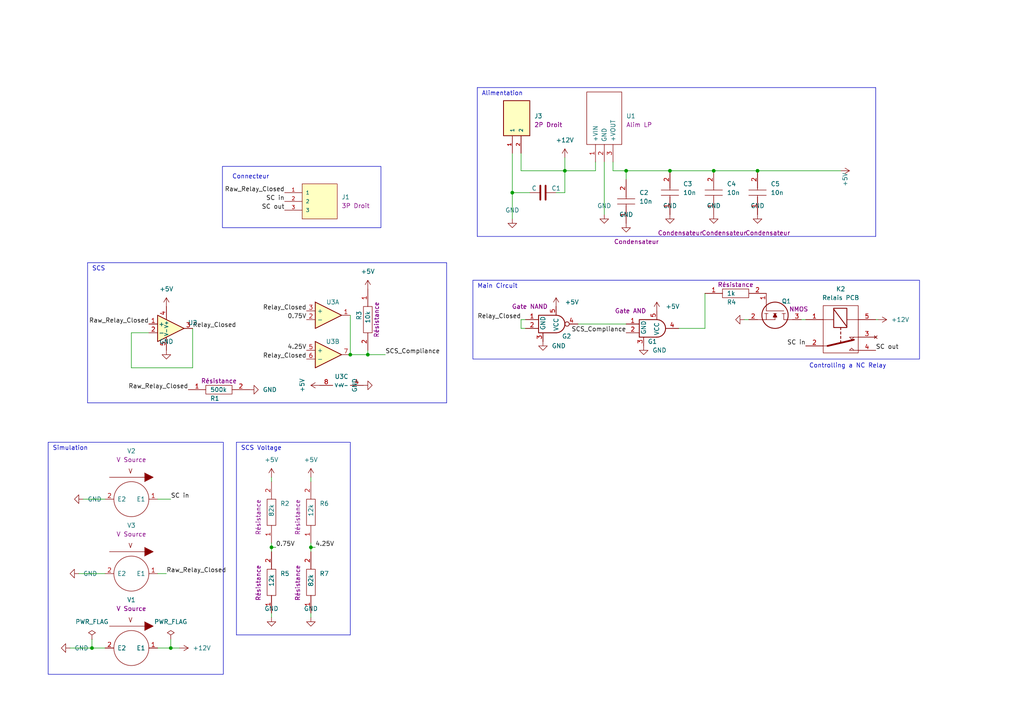
<source format=kicad_sch>
(kicad_sch (version 20231120) (generator "eeschema") (generator_version "8.0")
  (paper "A4")
  (lib_symbols
    (symbol "Device:C" (pin_numbers hide) (pin_names (offset 0.254))
      (property "Reference" "C" (at 0.635 2.54 0))
      (property "Value" "C" (at 0.635 -2.54 0))
      (symbol "C_0_1"
        (polyline (pts (xy -2.032 -0.762) (xy 2.032 -0.762)) (stroke (width 0.508)))
        (polyline (pts (xy -2.032 0.762) (xy 2.032 0.762)) (stroke (width 0.508)))
      )
      (symbol "C_1_1"
        (pin passive line (at 0 3.81 270) (length 2.794) (name "~") (number "1"))
        (pin passive line (at 0 -3.81 90) (length 2.794) (name "~") (number "2"))
      )
    )
    (symbol "EPSA_Lib:NMOS SQ2348ES-T1_GE3" (pin_names (offset 0.762))
      (property "Reference" "Q" (at 41.91 12.7 0))
      (property "Render Name" "NMOS" (at 15.875 0.635 0))
      (symbol "NMOS SQ2348ES-T1_GE3_0_0"
        (pin passive line (at 13.335 12.065 270) (length 2.54) (name "~") (number "1"))
        (pin passive line (at 8.255 4.445 0) (length 2.54) (name "~") (number "2"))
        (pin passive line (at 23.495 4.445 180) (length 2.54) (name "~") (number "3"))
      )
      (symbol "NMOS SQ2348ES-T1_GE3_0_1"
        (polyline (pts (xy 12.827 6.223) (xy 13.843 6.223)) (stroke (width 0.1524)))
        (polyline (pts (xy 13.335 6.223) (xy 13.335 4.445)) (stroke (width 0.1524)))
        (polyline (pts (xy 15.367 6.223) (xy 16.383 6.223)) (stroke (width 0.1524)))
        (polyline (pts (xy 15.875 4.445) (xy 10.795 4.445)) (stroke (width 0.1524)))
        (polyline (pts (xy 15.875 4.445) (xy 15.875 6.223)) (stroke (width 0.1524)))
        (polyline (pts (xy 18.415 4.445) (xy 18.415 6.223)) (stroke (width 0.1524)))
        (polyline (pts (xy 18.415 4.445) (xy 20.955 4.445)) (stroke (width 0.1524)))
        (polyline (pts (xy 18.923 6.223) (xy 17.907 6.223)) (stroke (width 0.1524)))
        (polyline (pts (xy 13.335 9.525) (xy 13.335 6.985) (xy 18.415 6.985)) (stroke (width 0.1524)))
        (polyline (pts (xy 15.875 6.223) (xy 16.383 5.207) (xy 15.367 5.207) (xy 15.875 6.223)) (stroke (width 0.254)) (fill (type outline)))
        (circle (center 15.875 5.715) (radius 3.81) (stroke (width 0.254)))
      )
    )
    (symbol "EPSA_Lib:Opamp" (pin_names (offset 0.254))
      (property "Reference" "U" (at 2.54 2.54 0))
      (symbol "Opamp_0_1"
        (polyline (pts (xy 5.08 0) (xy -2.54 3.81) (xy -2.54 -3.81) (xy 5.08 0)) (stroke (width 0.254)) (fill (type background)))
      )
      (symbol "Opamp_1_1"
        (pin input line (at -5.08 1.27 0) (length 2.54) (name "+") (number "1"))
        (pin input line (at -5.08 -1.27 0) (length 2.54) (name "-") (number "2"))
        (pin output line (at 7.62 0 180) (length 2.54) (name "~") (number "3"))
        (pin power_in line (at 0 6.35 270) (length 3.81) (name "V+") (number "4"))
        (pin power_in line (at 0 -6.35 90) (length 3.81) (name "V-") (number "5"))
      )
    )
    (symbol "EPSA_Lib:Relais PCB" (pin_names (offset 0.762))
      (property "Reference" "K" (at 11.938 11.43 0))
      (property "Value" "Relais PCB" (at 7.62 9.398 0))
      (symbol "Relais PCB_0_1"
        (polyline (pts (xy 7.62 7.874) (xy 17.78 7.874) (xy 17.78 -5.842) (xy 7.62 -5.842) (xy 7.62 7.874)) (stroke (width 0.1524)))
      )
      (symbol "Relais PCB_1_0"
        (pin passive line (at 2.54 3.81 0) (length 5.08) (name "") (number "1"))
        (pin passive line (at 2.54 -3.81 0) (length 5.08) (name "") (number "2"))
        (pin no_connect line (at 22.86 -1.27 180) (length 5.08) (name "") (number "3"))
        (pin passive line (at 22.86 -5.08 180) (length 5.08) (name "") (number "4"))
        (pin passive line (at 22.86 3.81 180) (length 5.08) (name "") (number "5"))
      )
      (symbol "Relais PCB_1_1"
        (polyline (pts (xy 8.89 -3.81) (xy 7.62 -3.81)))
        (polyline (pts (xy 8.89 -3.81) (xy 16.51 -2.032)) (stroke (width 0.508)))
        (polyline (pts (xy 10.668 3.81) (xy 7.62 3.81)))
        (polyline (pts (xy 10.668 6.858) (xy 14.478 1.778)) (stroke (width 0.254)))
        (polyline (pts (xy 12.7 -2.286) (xy 12.7 -2.921)) (stroke (width 0.254)))
        (polyline (pts (xy 12.7 -1.016) (xy 12.7 -1.651)) (stroke (width 0.254)))
        (polyline (pts (xy 12.7 0.254) (xy 12.7 -0.381)) (stroke (width 0.254)))
        (polyline (pts (xy 12.7 1.524) (xy 12.7 0.889)) (stroke (width 0.254)))
        (polyline (pts (xy 17.78 -5.08) (xy 16.51 -5.08)))
        (polyline (pts (xy 17.78 -1.27) (xy 16.51 -1.27)))
        (polyline (pts (xy 17.78 3.81) (xy 14.478 3.81)))
        (polyline (pts (xy 15.24 -5.08) (xy 16.51 -5.08) (xy 15.875 -4.445) (xy 15.24 -5.08)))
        (polyline (pts (xy 16.51 -1.27) (xy 15.24 -1.27) (xy 15.875 -1.905) (xy 16.51 -1.27)))
        (rectangle (start 10.668 7.112) (end 14.478 1.524) (stroke (width 0.254)))
      )
    )
    (symbol "EPSA_lib:2P Droit 2-11-2022" (pin_names (offset 1.016))
      (property "Reference" "J" (at 6.35 5.08 0))
      (property "Render Name" "2P Droit" (at 0 3.81 0))
      (symbol "2P Droit 2-11-2022_0_0"
        (rectangle (start -5.08 -5.08) (end 5.08 2.54) (stroke (width 0.254)) (fill (type background)))
        (pin passive line (at -10.16 0 0) (length 5.08) (name "1") (number "1"))
        (pin passive line (at -10.16 -2.54 0) (length 5.08) (name "2") (number "2"))
      )
    )
    (symbol "EPSA_lib:3P Droit 22-11-2032" (pin_names (offset 1.016))
      (property "Reference" "J" (at 0 -1.27 0))
      (property "Render Name" "3P Droit" (at 0 6.35 0))
      (symbol "3P Droit 22-11-2032_0_0"
        (rectangle (start -5.08 -5.08) (end 5.08 5.08) (stroke (width 0.1524)) (fill (type background)))
        (pin passive line (at -10.16 2.54 0) (length 5.08) (name "1") (number "1"))
        (pin passive line (at -10.16 0 0) (length 5.08) (name "2") (number "2"))
        (pin passive line (at -10.16 -2.54 0) (length 5.08) (name "3") (number "3"))
      )
    )
    (symbol "EPSA_lib:Alim LP TSR_0.5-2450" (pin_names (offset 0.762))
      (property "Reference" "U" (at 20.32 11.43 0))
      (property "Render Name" "Alim LP" (at 11.43 8.89 0))
      (symbol "Alim LP TSR_0.5-2450_0_0"
        (pin passive line (at -1.27 5.08 0) (length 5.08) (name "+VIN") (number "1"))
        (pin passive line (at -1.27 2.54 0) (length 5.08) (name "GND") (number "2"))
        (pin passive line (at -1.27 0 0) (length 5.08) (name "+VOUT") (number "3"))
      )
      (symbol "Alim LP TSR_0.5-2450_0_1"
        (polyline (pts (xy 3.81 7.62) (xy 19.05 7.62) (xy 19.05 -2.54) (xy 3.81 -2.54) (xy 3.81 7.62)) (stroke (width 0.1524)))
      )
    )
    (symbol "EPSA_lib:Comparator_Dual"
      (property "Reference" "CP" (at 7.62 -2.54 0))
      (symbol "Comparator_Dual_1_1"
        (polyline (pts (xy 0 3.81) (xy 0 -3.81) (xy 7.62 0) (xy 0 3.81)) (stroke (width 0.254)) (fill (type background)))
        (pin open_collector line (at 10.16 0 180) (length 2.54) (name "~") (number "1"))
        (pin input line (at -2.54 -1.27 0) (length 2.54) (name "-") (number "2"))
        (pin input line (at -2.54 1.27 0) (length 2.54) (name "+") (number "3"))
      )
      (symbol "Comparator_Dual_2_1"
        (polyline (pts (xy 0 3.81) (xy 7.62 0) (xy 0 -3.81) (xy 0 3.81)) (stroke (width 0.254)) (fill (type background)))
        (pin input line (at -2.54 1.27 0) (length 2.54) (name "+") (number "5"))
        (pin input line (at -2.54 -1.27 0) (length 2.54) (name "-") (number "6"))
        (pin open_collector line (at 10.16 0 180) (length 2.54) (name "~") (number "7"))
      )
      (symbol "Comparator_Dual_3_1"
        (pin power_in line (at 0 -6.35 90) (length 3.81) (name "V-") (number "4"))
        (pin power_in line (at 0 6.35 270) (length 3.81) (name "V+") (number "8"))
      )
    )
    (symbol "EPSA_lib:Condensateur 0805Y1000104JXT" (pin_names (offset 0.762))
      (property "Reference" "C" (at 1.5 -1.8 0))
      (property "Value" "10u" (at 11.43 -2.54 0))
      (property "Render Name" "Condensateur" (at 6.35 3.81 0))
      (symbol "Condensateur 0805Y1000104JXT_0_0"
        (pin passive line (at 0 0 0) (length 5.08) (name "~") (number "1"))
        (pin passive line (at 12.7 0 180) (length 5.08) (name "~") (number "2"))
      )
      (symbol "Condensateur 0805Y1000104JXT_0_1"
        (polyline (pts (xy 5.08 0) (xy 5.588 0)) (stroke (width 0.1524)))
        (polyline (pts (xy 5.588 2.54) (xy 5.588 -2.54)) (stroke (width 0.1524)))
        (polyline (pts (xy 7.112 0) (xy 7.62 0)) (stroke (width 0.1524)))
        (polyline (pts (xy 7.112 2.54) (xy 7.112 -2.54)) (stroke (width 0.1524)))
      )
    )
    (symbol "EPSA_lib:Gate AND SN74AHCT1G08DBVR" (pin_names (offset 0.762))
      (property "Reference" "G" (at 2.54 -3.81 0))
      (property "Render Name" "Gate AND" (at -1.27 5.08 0))
      (symbol "Gate AND SN74AHCT1G08DBVR_1_1"
        (polyline (pts (xy 5.08 -2.54) (xy 0 -2.54) (xy 0 2.54) (xy 5.08 2.54)) (stroke (width 0.254)))
        (arc (start 5.1025 -2.54) (mid 7.6201 0) (end 5.1025 2.54) (stroke (width 0.254)))
        (pin input line (at -3.81 1.27 0) (length 3.81) (name "~") (number "1"))
        (pin input line (at -3.81 -1.27 0) (length 3.81) (name "~") (number "2"))
        (pin power_in line (at 1.27 -5.08 90) (length 2.54) (name "GND") (number "3"))
        (pin output line (at 11.43 0 180) (length 3.81) (name "~") (number "4"))
        (pin power_in line (at 5.08 5.08 270) (length 2.54) (name "VCC") (number "5"))
      )
    )
    (symbol "EPSA_lib:Gate NAND SN74AHCT1G00DBVR" (pin_names (offset 0.762))
      (property "Reference" "G" (at 2.54 -3.81 0))
      (property "Render Name" "Gate NAND" (at -2.54 3.81 0))
      (symbol "Gate NAND SN74AHCT1G00DBVR_1_1"
        (polyline (pts (xy 5.08 -2.54) (xy 0 -2.54) (xy 0 2.54) (xy 5.08 2.54)) (stroke (width 0.254)))
        (arc (start 5.1025 -2.54) (mid 7.6201 0) (end 5.1025 2.54) (stroke (width 0.254)))
        (pin input line (at -3.81 1.27 0) (length 3.81) (name "~") (number "1"))
        (pin input line (at -3.81 -1.27 0) (length 3.81) (name "~") (number "2"))
        (pin power_in line (at 1.27 -5.08 90) (length 2.54) (name "GND") (number "3"))
        (pin output inverted (at 11.43 0 180) (length 3.81) (name "~") (number "4"))
        (pin power_in line (at 5.08 5.08 270) (length 2.54) (name "VCC") (number "5"))
      )
    )
    (symbol "EPSA_lib:Résistance RK73H2BLTDD2152F" (pin_names (offset 0.762))
      (property "Reference" "R" (at 25.4 5.08 0))
      (property "Value" "10" (at 7.62 0 0))
      (property "Render Name" "Résistance" (at 8.89 2.54 0))
      (symbol "Résistance RK73H2BLTDD2152F_0_0"
        (pin passive line (at 0 0 0) (length 5.08) (name "~") (number "1"))
        (pin passive line (at 17.78 0 180) (length 5.08) (name "~") (number "2"))
      )
      (symbol "Résistance RK73H2BLTDD2152F_0_1"
        (polyline (pts (xy 5.08 1.27) (xy 12.7 1.27) (xy 12.7 -1.27) (xy 5.08 -1.27) (xy 5.08 1.27)) (stroke (width 0.1524)))
      )
    )
    (symbol "EPSA_lib:VSOURCE" (pin_names (offset 1.016)) (in_bom no) (on_board no)
      (property "Reference" "V" (at 8.89 12.7 0))
      (property "Render Name" "V Source" (at -1.27 10.16 0))
      (symbol "VSOURCE_0_1"
        (circle (center -1.27 0) (radius 5.08))
        (polyline (pts (xy -7.62 6.35) (xy 2.54 6.35)) (fill (type outline)))
        (polyline (pts (xy 2.54 7.62) (xy 5.08 6.35) (xy 2.54 5.08)) (fill (type outline)))
        (text "V" (at -1.524 8.128 0) (effects (font (size 1.27 1.27))))
      )
      (symbol "VSOURCE_1_1"
        (pin input line (at 6.35 0 180) (length 2.54) (name "E1") (number "1"))
        (pin input line (at -8.89 0 0) (length 2.54) (name "E2") (number "2"))
      )
    )
    (symbol "Résistance RK73H2BLTDD2152F_1" (pin_names (offset 0.762))
      (property "Reference" "R" (at 25.4 5.08 0))
      (property "Value" "10" (at 7.62 0 0))
      (property "Render Name" "Résistance" (at 8.89 2.54 0))
      (symbol "Résistance RK73H2BLTDD2152F_1_0_0"
        (pin passive line (at 0 0 0) (length 5.08) (name "~") (number "1"))
        (pin passive line (at 17.78 0 180) (length 5.08) (name "~") (number "2"))
      )
      (symbol "Résistance RK73H2BLTDD2152F_1_0_1"
        (polyline (pts (xy 5.08 1.27) (xy 12.7 1.27) (xy 12.7 -1.27) (xy 5.08 -1.27) (xy 5.08 1.27)) (stroke (width 0.1524)))
      )
    )
    (symbol "Résistance RK73H2BLTDD2152F_3" (pin_names (offset 0.762))
      (property "Reference" "R" (at 25.4 5.08 0))
      (property "Value" "10" (at 7.62 0 0))
      (property "Render Name" "Résistance" (at 8.89 2.54 0))
      (symbol "Résistance RK73H2BLTDD2152F_3_0_0"
        (pin passive line (at 0 0 0) (length 5.08) (name "~") (number "1"))
        (pin passive line (at 17.78 0 180) (length 5.08) (name "~") (number "2"))
      )
      (symbol "Résistance RK73H2BLTDD2152F_3_0_1"
        (polyline (pts (xy 5.08 1.27) (xy 12.7 1.27) (xy 12.7 -1.27) (xy 5.08 -1.27) (xy 5.08 1.27)) (stroke (width 0.1524)))
      )
    )
    (symbol "Résistance RK73H2BLTDD2152F_4" (pin_names (offset 0.762))
      (property "Reference" "R" (at 25.4 5.08 0))
      (property "Value" "10" (at 7.62 0 0))
      (property "Render Name" "Résistance" (at 8.89 2.54 0))
      (symbol "Résistance RK73H2BLTDD2152F_4_0_0"
        (pin passive line (at 0 0 0) (length 5.08) (name "~") (number "1"))
        (pin passive line (at 17.78 0 180) (length 5.08) (name "~") (number "2"))
      )
      (symbol "Résistance RK73H2BLTDD2152F_4_0_1"
        (polyline (pts (xy 5.08 1.27) (xy 12.7 1.27) (xy 12.7 -1.27) (xy 5.08 -1.27) (xy 5.08 1.27)) (stroke (width 0.1524)))
      )
    )
    (symbol "Résistance RK73H2BLTDD2152F_5" (pin_names (offset 0.762))
      (property "Reference" "R" (at 25.4 5.08 0))
      (property "Value" "10" (at 7.62 0 0))
      (property "Render Name" "Résistance" (at 8.89 2.54 0))
      (symbol "Résistance RK73H2BLTDD2152F_5_0_0"
        (pin passive line (at 0 0 0) (length 5.08) (name "~") (number "1"))
        (pin passive line (at 17.78 0 180) (length 5.08) (name "~") (number "2"))
      )
      (symbol "Résistance RK73H2BLTDD2152F_5_0_1"
        (polyline (pts (xy 5.08 1.27) (xy 12.7 1.27) (xy 12.7 -1.27) (xy 5.08 -1.27) (xy 5.08 1.27)) (stroke (width 0.1524)))
      )
    )
    (symbol "power:+12V" (power) (pin_names (offset 0))
      (property "Value" "+12V" (at 0 3.556 0))
      (symbol "+12V_0_1"
        (polyline (pts (xy -0.762 1.27) (xy 0 2.54)))
        (polyline (pts (xy 0 0) (xy 0 2.54)))
        (polyline (pts (xy 0 2.54) (xy 0.762 1.27)))
      )
      (symbol "+12V_1_1"
        (pin power_in line (at 0 0 90) (length 0) hide (name "+12V") (number "1"))
      )
    )
    (symbol "power:+5V" (power) (pin_names (offset 0))
      (property "Value" "+5V" (at 0 3.556 0))
      (symbol "+5V_0_1"
        (polyline (pts (xy -0.762 1.27) (xy 0 2.54)))
        (polyline (pts (xy 0 0) (xy 0 2.54)))
        (polyline (pts (xy 0 2.54) (xy 0.762 1.27)))
      )
      (symbol "+5V_1_1"
        (pin power_in line (at 0 0 90) (length 0) hide (name "+5V") (number "1"))
      )
    )
    (symbol "power:GND" (power) (pin_names (offset 0))
      (property "Value" "GND" (at 0 -3.81 0))
      (symbol "GND_0_1"
        (polyline (pts (xy 0 0) (xy 0 -1.27) (xy 1.27 -1.27) (xy 0 -2.54) (xy -1.27 -1.27) (xy 0 -1.27)))
      )
      (symbol "GND_1_1"
        (pin power_in line (at 0 0 270) (length 0) hide (name "GND") (number "1"))
      )
    )
    (symbol "power:PWR_FLAG" (power) (pin_numbers hide) (pin_names (offset 0) hide)
      (property "Value" "PWR_FLAG" (at 0 3.81 0))
      (symbol "PWR_FLAG_0_0"
        (pin power_out line (at 0 0 90) (length 0) (name "pwr") (number "1"))
      )
      (symbol "PWR_FLAG_0_1"
        (polyline (pts (xy 0 0) (xy 0 1.27) (xy -1.016 1.905) (xy 0 2.54) (xy 1.016 1.905) (xy 0 1.27)))
      )
    )
  )
  (junction (at 101.6 102.87))
  (junction (at 148.59 55.88))
  (junction (at 49.53 187.96))
  (junction (at 194.31 49.53))
  (junction (at 78.74 158.75))
  (junction (at 163.83 49.53))
  (junction (at 106.68 102.87))
  (junction (at 26.67 187.96))
  (junction (at 90.17 158.75))
  (junction (at 207.01 49.53))
  (junction (at 219.71 49.53))
  (junction (at 181.61 49.53))
  (wire (pts (xy 207.01 49.53) (xy 219.71 49.53)))
  (wire (pts (xy 177.8 46.99) (xy 177.8 49.53)))
  (wire (pts (xy 181.61 52.07) (xy 181.61 49.53)))
  (wire (pts (xy 167.64 93.98) (xy 181.61 93.98)))
  (wire (pts (xy 151.13 44.45) (xy 151.13 49.53)))
  (wire (pts (xy 38.1 96.52) (xy 38.1 106.68)))
  (wire (pts (xy 161.29 55.88) (xy 163.83 55.88)))
  (wire (pts (xy 172.72 46.99) (xy 172.72 49.53)))
  (wire (pts (xy 196.85 95.25) (xy 204.47 95.25)))
  (wire (pts (xy 78.74 177.8) (xy 78.74 179.07)))
  (wire (pts (xy 45.72 166.37) (xy 48.26 166.37)))
  (wire (pts (xy 254.635 92.71) (xy 254 92.71)))
  (wire (pts (xy 78.74 158.75) (xy 78.74 160.02)))
  (wire (pts (xy 90.17 158.75) (xy 90.17 160.02)))
  (wire (pts (xy 163.83 55.88) (xy 163.83 49.53)))
  (wire (pts (xy 232.41 92.71) (xy 233.68 92.71)))
  (wire (pts (xy 45.72 144.78) (xy 49.53 144.78)))
  (wire (pts (xy 52.07 187.96) (xy 49.53 187.96)))
  (wire (pts (xy 20.32 187.96) (xy 26.67 187.96)))
  (wire (pts (xy 49.53 185.42) (xy 49.53 187.96)))
  (polyline (pts (xy 101.6 184.15) (xy 68.58 184.15)))
  (wire (pts (xy 26.67 187.96) (xy 30.48 187.96)))
  (polyline (pts (xy 129.54 76.2) (xy 25.4 76.2)))
  (wire (pts (xy 172.72 49.53) (xy 163.83 49.53)))
  (wire (pts (xy 175.26 46.99) (xy 175.26 62.23)))
  (polyline (pts (xy 101.6 128.27) (xy 101.6 184.15)))
  (wire (pts (xy 90.17 177.8) (xy 90.17 179.07)))
  (wire (pts (xy 177.8 49.53) (xy 181.61 49.53)))
  (polyline (pts (xy 25.4 116.84) (xy 129.54 116.84)))
  (wire (pts (xy 26.67 185.42) (xy 26.67 187.96)))
  (wire (pts (xy 90.17 138.43) (xy 90.17 139.7)))
  (wire (pts (xy 38.1 106.68) (xy 55.88 106.68)))
  (wire (pts (xy 194.31 49.53) (xy 207.01 49.53)))
  (wire (pts (xy 148.59 44.45) (xy 148.59 55.88)))
  (wire (pts (xy 151.13 92.71) (xy 151.13 95.25)))
  (polyline (pts (xy 138.43 25.4) (xy 138.43 68.58)))
  (wire (pts (xy 101.6 102.87) (xy 106.68 102.87)))
  (wire (pts (xy 45.72 187.96) (xy 49.53 187.96)))
  (wire (pts (xy 151.13 95.25) (xy 152.4 95.25)))
  (wire (pts (xy 22.86 166.37) (xy 30.48 166.37)))
  (wire (pts (xy 163.83 45.72) (xy 163.83 49.53)))
  (polyline (pts (xy 254 25.4) (xy 138.43 25.4)))
  (polyline (pts (xy 68.58 128.27) (xy 101.6 128.27)))
  (wire (pts (xy 151.13 49.53) (xy 163.83 49.53)))
  (polyline (pts (xy 129.54 116.84) (xy 129.54 76.2)))
  (wire (pts (xy 148.59 55.88) (xy 153.67 55.88)))
  (wire (pts (xy 90.17 157.48) (xy 90.17 158.75)))
  (wire (pts (xy 151.13 92.71) (xy 152.4 92.71)))
  (wire (pts (xy 204.47 95.25) (xy 204.47 85.09)))
  (wire (pts (xy 78.74 138.43) (xy 78.74 139.7)))
  (wire (pts (xy 78.74 157.48) (xy 78.74 158.75)))
  (polyline (pts (xy 138.43 68.58) (xy 254 68.58)))
  (wire (pts (xy 55.88 95.25) (xy 55.88 106.68)))
  (polyline (pts (xy 25.4 76.2) (xy 25.4 116.84)))
  (wire (pts (xy 30.48 144.78) (xy 24.13 144.78)))
  (polyline (pts (xy 68.58 128.27) (xy 68.58 184.15)))
  (wire (pts (xy 90.17 158.75) (xy 91.44 158.75)))
  (wire (pts (xy 219.71 49.53) (xy 243.84 49.53)))
  (wire (pts (xy 106.68 102.87) (xy 111.76 102.87)))
  (wire (pts (xy 43.18 96.52) (xy 38.1 96.52)))
  (wire (pts (xy 78.74 158.75) (xy 80.01 158.75)))
  (wire (pts (xy 101.6 91.44) (xy 101.6 102.87)))
  (wire (pts (xy 181.61 49.53) (xy 194.31 49.53)))
  (wire (pts (xy 215.9 92.71) (xy 217.17 92.71)))
  (wire (pts (xy 106.68 102.87) (xy 106.68 101.6)))
  (wire (pts (xy 148.59 55.88) (xy 148.59 63.5)))
  (polyline (pts (xy 254 68.58) (xy 254 25.4)))
  (rectangle (start 64.516 48.26) (end 110.49 66.04))
  (rectangle (start 13.97 128.27) (end 64.77 195.58))
  (rectangle (start 137.16 81.28) (end 266.7 104.14))
  (text "Simulation" (at 15.24 130.81 0) (effects (font (size 1.27 1.27)) (justify left bottom)))
  (text "Connecteur" (at 67.31 52.07 0) (effects (font (size 1.27 1.27)) (justify left bottom)))
  (text "SCS Voltage" (at 69.85 130.81 0) (effects (font (size 1.27 1.27)) (justify left bottom)))
  (text "Alimentation\n" (at 139.7 27.94 0) (effects (font (size 1.27 1.27)) (justify left bottom)))
  (text "Main Circuit" (at 138.43 83.82 0) (effects (font (size 1.27 1.27)) (justify left bottom)))
  (text "SCS\n" (at 26.67 78.74 0) (effects (font (size 1.27 1.27)) (justify left bottom)))
  (text "Controlling a NC Relay" (at 245.872 106.172 0) (effects (font (size 1.27 1.27))))
  (label "SC in" (at 82.55 58.42 180))
  (label "Relay_Closed" (at 88.9 90.17 180))
  (label "Raw_Relay_Closed" (at 54.61 113.03 180))
  (label "Relay_Closed" (at 88.9 104.14 180))
  (label "0.75V" (at 80.01 158.75 0))
  (label "SC out" (at 82.55 60.96 180))
  (label "4.25V" (at 91.44 158.75 0))
  (label "SC in" (at 49.53 144.78 0))
  (label "SCS_Compliance" (at 181.61 96.52 180))
  (label "4.25V" (at 88.9 101.6 180))
  (label "Raw_Relay_Closed" (at 48.26 166.37 0))
  (label "SCS_Compliance" (at 111.76 102.87 0))
  (label "Relay_Closed" (at 151.13 92.71 180))
  (label "Raw_Relay_Closed" (at 82.55 55.88 180))
  (label "Raw_Relay_Closed" (at 43.18 93.98 180))
  (label "0.75V" (at 88.9 92.71 180))
  (label "SC in" (at 233.68 100.33 180))
  (label "SC out" (at 254 101.6 0))
  (label "Relay_Closed" (at 55.88 95.25 0))
  (symbol (lib_id "power:GND") (at 175.26 62.23 0) (unit 1)
    (property "Reference" "#GND02" (effects (hide yes)))
    (property "Value" "GND" (at 175.26 59.69 0))
  )
  (symbol (lib_id "power:GND") (at 207.01 62.23 0) (unit 1)
    (property "Reference" "#GND010" (effects (hide yes)))
    (property "Value" "GND" (at 207.01 59.69 0))
  )
  (symbol (lib_id "power:+12V") (at 254.635 92.71 270) (unit 1)
    (property "Reference" "#PWR017" (effects (hide yes)))
    (property "Value" "+12V" (at 258.445 92.7099 90) (effects (justify left)))
    (property "Description" "Power symbol creates a global label with name \"+12V\"" (effects (hide yes)))
  )
  (symbol (lib_id "power:GND") (at 90.17 179.07 0) (unit 1)
    (property "Reference" "#GND08" (effects (hide yes)))
    (property "Value" "GND" (at 90.17 176.53 0))
  )
  (symbol (lib_id "power:GND") (at 215.9 92.71 270) (unit 1)
    (property "Reference" "#GND012" (effects (hide yes)))
    (property "Value" "GND" (effects (hide yes)))
    (property "Description" "Power symbol creates a global label with name \"GND\" , ground" (effects (hide yes)))
  )
  (symbol (lib_id "EPSA_lib:Comparator_Dual") (at 91.44 102.87 0) (unit 2)
    (property "Reference" "U3" (at 96.52 99.06 0))
    (property "Value" "Opamp_Dual" (effects (hide yes)))
    (property "Footprint" "Package_SO:TSSOP-8_4.4x3mm_P0.65mm" (effects (hide yes)))
    (property "Datasheet" "https://www.ti.com/lit/gpn/lmv339" (effects (hide yes)))
    (property "Description" "Dual comparator" (effects (hide yes)))
    (property "Manufacturer_Name" "Texas Instruments" (effects (hide yes)))
    (property "Manufacturer_Part_Number" "LMV393IPWR" (effects (hide yes)))
    (property "Mouser Part Number" "595-LMV393IPWR" (effects (hide yes)))
    (property "Sim.Library" "${SP_BASIC}\\Comp_lm393lv.lib" (effects (hide yes)))
    (property "Sim.Name" "LM393LV_Dual" (effects (hide yes)))
    (property "Sim.Device" "SUBCKT" (effects (hide yes)))
    (property "Sim.Pins" "1=OUT1 2=IN1- 3=IN1+ 4=GND 5=IN2+ 6=IN2- 7=OUT2 8=V+" (effects (hide yes)))
  )
  (symbol (lib_id "power:GND") (at 22.86 166.37 270) (unit 1)
    (property "Reference" "#PWR04" (effects (hide yes)))
    (property "Value" "GND" (at 24.13 166.37 90) (effects (justify left)))
  )
  (symbol (lib_id "EPSA_lib:Résistance RK73H2BLTDD2152F") (at 54.61 113.03 0) (unit 1)
    (property "Reference" "R1" (at 60.96 115.57 0) (effects (justify left)))
    (property "Value" "500k" (at 60.96 113.03 0) (effects (justify left)))
    (property "Footprint" "EPSA_lib:RESC3216X70N" (effects (hide yes)))
    (property "Datasheet" "http://www.koaspeer.com/catimages/Products/RK73H/RK73H.pdf" (effects (hide yes)))
    (property "Description" "Thick Film Resistors - SMD" (effects (hide yes)))
    (property "Height" "0.7" (effects (hide yes)))
    (property "Manufacturer_Name" "KOA Speer" (effects (hide yes)))
    (property "Manufacturer_Part_Number" "RK73H2BLTDD2152F" (effects (hide yes)))
    (property "Mouser Part Number" "N/A" (effects (hide yes)))
    (property "Mouser Price/Stock" "https://www.mouser.co.uk/ProductDetail/KOA-Speer/RK73H2BLTDD2152F?qs=WeIALVmW3zmyxMFsjVzMRw%3D%3D" (effects (hide yes)))
    (property "Sim.Device" "R" (effects (hide yes)))
    (property "Sim.Params" "type=\"R\" model=\"10k\" lib=\"\"" (effects (hide yes)))
    (property "Sim.Pins" "1=+ 2=-" (effects (hide yes)))
    (property "Render Name" "Résistance" (at 63.5 110.49 0))
  )
  (symbol (lib_id "power:+5V") (at 78.74 138.43 0) (unit 1)
    (property "Reference" "#PWR03" (effects (hide yes)))
    (property "Value" "+5V" (at 78.74 133.35 0))
  )
  (symbol (lib_name "Résistance RK73H2BLTDD2152F_3") (lib_id "EPSA_lib:Résistance RK73H2BLTDD2152F") (at 90.17 177.8 90) (unit 1)
    (property "Reference" "R7" (at 92.71 166.3699 90) (effects (justify right)))
    (property "Value" "82k" (at 90.17 170.18 0) (effects (justify left)))
    (property "Footprint" "EPSA_lib:RESC3216X70N" (effects (hide yes)))
    (property "Datasheet" "http://www.koaspeer.com/catimages/Products/RK73H/RK73H.pdf" (effects (hide yes)))
    (property "Description" "Thick Film Resistors - SMD" (effects (hide yes)))
    (property "Height" "0.7" (effects (hide yes)))
    (property "Manufacturer_Name" "KOA Speer" (effects (hide yes)))
    (property "Manufacturer_Part_Number" "RK73H2BLTDD2152F" (effects (hide yes)))
    (property "Mouser Part Number" "N/A" (effects (hide yes)))
    (property "Mouser Price/Stock" "https://www.mouser.co.uk/ProductDetail/KOA-Speer/RK73H2BLTDD2152F?qs=WeIALVmW3zmyxMFsjVzMRw%3D%3D" (effects (hide yes)))
    (property "Render Name" "Résistance" (at 86.36 163.83 0) (effects (justify right)))
    (property "Sim.Device" "R" (effects (hide yes)))
    (property "Sim.Params" "type=\"R\" model=\"8k\" lib=\"\"" (effects (hide yes)))
    (property "Sim.Pins" "1=+ 2=-" (effects (hide yes)))
  )
  (symbol (lib_name "Résistance RK73H2BLTDD2152F_4") (lib_id "EPSA_lib:Résistance RK73H2BLTDD2152F") (at 78.74 177.8 90) (unit 1)
    (property "Reference" "R5" (at 81.28 166.3699 90) (effects (justify right)))
    (property "Value" "12k" (at 78.74 170.18 0) (effects (justify left)))
    (property "Footprint" "EPSA_lib:RESC3216X70N" (effects (hide yes)))
    (property "Datasheet" "http://www.koaspeer.com/catimages/Products/RK73H/RK73H.pdf" (effects (hide yes)))
    (property "Description" "Thick Film Resistors - SMD" (effects (hide yes)))
    (property "Height" "0.7" (effects (hide yes)))
    (property "Manufacturer_Name" "KOA Speer" (effects (hide yes)))
    (property "Manufacturer_Part_Number" "RK73H2BLTDD2152F" (effects (hide yes)))
    (property "Mouser Part Number" "N/A" (effects (hide yes)))
    (property "Mouser Price/Stock" "https://www.mouser.co.uk/ProductDetail/KOA-Speer/RK73H2BLTDD2152F?qs=WeIALVmW3zmyxMFsjVzMRw%3D%3D" (effects (hide yes)))
    (property "Render Name" "Résistance" (at 74.93 163.83 0) (effects (justify right)))
    (property "Sim.Device" "R" (effects (hide yes)))
    (property "Sim.Params" "type=\"R\" model=\"2k\" lib=\"\"" (effects (hide yes)))
    (property "Sim.Pins" "1=+ 2=-" (effects (hide yes)))
  )
  (symbol (lib_id "power:GND") (at 194.31 62.23 0) (unit 1)
    (property "Reference" "#GND09" (effects (hide yes)))
    (property "Value" "GND" (at 194.31 59.69 0))
  )
  (symbol (lib_id "EPSA_lib:VSOURCE") (at 39.37 187.96 0) (unit 1) (in_bom no) (on_board no)
    (property "Reference" "V1" (at 38.1 173.99 0))
    (property "Value" "12" (effects (hide yes)))
    (property "Sim.Pins" "1=+ 2=-" (effects (hide yes)))
    (property "Sim.Type" "DC" (effects (hide yes)))
    (property "Sim.Device" "V" (effects (hide yes)))
    (property "Render Name" "V Source" (at 38.1 176.53 0))
  )
  (symbol (lib_id "power:+5V") (at 161.29 88.9 0) (unit 1)
    (property "Reference" "#PWR09" (effects (hide yes)))
    (property "Value" "+5V" (at 163.83 87.63 0) (effects (justify left)))
  )
  (symbol (lib_id "power:GND") (at 24.13 144.78 270) (unit 1)
    (property "Reference" "#PWR02" (effects (hide yes)))
    (property "Value" "GND" (at 25.4 144.78 90) (effects (justify left)))
  )
  (symbol (lib_id "power:+5V") (at 243.84 49.53 270) (unit 1)
    (property "Reference" "#PWR013" (effects (hide yes)))
    (property "Value" "+5V" (at 245.11 52.07 0))
  )
  (symbol (lib_id "power:GND") (at 20.32 187.96 270) (unit 1)
    (property "Reference" "#PWR01" (effects (hide yes)))
    (property "Value" "GND" (at 21.59 187.96 90) (effects (justify left)))
  )
  (symbol (lib_id "power:+12V") (at 163.83 45.72 0) (unit 1)
    (property "Reference" "#PWR012" (effects (hide yes)))
    (property "Value" "+12V" (at 163.83 40.64 0))
  )
  (symbol (lib_id "power:+5V") (at 48.26 88.9 0) (unit 1)
    (property "Reference" "#PWR07" (effects (hide yes)))
    (property "Value" "+5V" (at 48.26 83.82 0))
  )
  (symbol (lib_id "EPSA_lib:Condensateur 0805Y1000104JXT") (at 219.71 62.23 90) (unit 1)
    (property "Reference" "C5" (at 223.52 53.34 90) (effects (justify right)))
    (property "Value" "10n" (at 223.52 55.88 90) (effects (justify right)))
    (property "Footprint" "EPSA_lib:CAPC2012X130N" (effects (hide yes)))
    (property "Datasheet" "http://docs-europe.electrocomponents.com/webdocs/119d/0900766b8119d7bc.pdf" (effects (hide yes)))
    (property "Description" "Syfer 0805 Ceramic Chip Capacitors" (effects (hide yes)))
    (property "Sim.Pins" "1=+ 2=-" (effects (hide yes)))
    (property "Sim.Device" "C" (effects (hide yes)))
    (property "Height" "1.3" (effects (hide yes)))
    (property "Manufacturer_Name" "Syfer" (effects (hide yes)))
    (property "Manufacturer_Part_Number" "0805Y1000104JXT" (effects (hide yes)))
    (property "Render Name" "Condensateur" (at 216.154 67.564 90) (effects (justify right)))
  )
  (symbol (lib_id "power:PWR_FLAG") (at 26.67 185.42 0) (unit 1)
    (property "Reference" "#FLG04" (effects (hide yes)))
    (property "Value" "PWR_FLAG" (at 26.67 180.34 0))
  )
  (symbol (lib_id "power:GND") (at 72.39 113.03 90) (unit 1)
    (property "Reference" "#GND06" (effects (hide yes)))
    (property "Value" "GND" (at 76.2 113.03 90) (effects (justify right)))
  )
  (symbol (lib_id "EPSA_lib:Condensateur 0805Y1000104JXT") (at 194.31 62.23 90) (unit 1)
    (property "Reference" "C3" (at 198.12 53.34 90) (effects (justify right)))
    (property "Value" "10n" (at 198.12 55.88 90) (effects (justify right)))
    (property "Footprint" "EPSA_lib:CAPC2012X130N" (effects (hide yes)))
    (property "Datasheet" "http://docs-europe.electrocomponents.com/webdocs/119d/0900766b8119d7bc.pdf" (effects (hide yes)))
    (property "Description" "Syfer 0805 Ceramic Chip Capacitors" (effects (hide yes)))
    (property "Sim.Pins" "1=+ 2=-" (effects (hide yes)))
    (property "Sim.Device" "C" (effects (hide yes)))
    (property "Height" "1.3" (effects (hide yes)))
    (property "Manufacturer_Name" "Syfer" (effects (hide yes)))
    (property "Manufacturer_Part_Number" "0805Y1000104JXT" (effects (hide yes)))
    (property "Render Name" "Condensateur" (at 190.754 67.564 90) (effects (justify right)))
  )
  (symbol (lib_id "power:GND") (at 78.74 179.07 0) (unit 1)
    (property "Reference" "#GND07" (effects (hide yes)))
    (property "Value" "GND" (at 78.74 176.53 0))
  )
  (symbol (lib_id "EPSA_Lib:Relais PCB") (at 231.14 96.52 0) (unit 1)
    (property "Reference" "K2" (at 243.84 83.82 0))
    (property "Value" "Relais PCB" (at 243.84 86.36 0))
    (property "Footprint" "EPSA_lib:CP112V" (effects (hide yes)))
    (property "Datasheet" "https://www3.panasonic.biz/ac/e/uacs/download/index.jsp?c=vehicle_download" (effects (hide yes)))
    (property "Description" "PANASONIC ELECTRIC WORKS - CP1-12V - RELAY, AUTOMOTIVE, SPDT, 14VDC, 20A" (effects (hide yes)))
    (property "Height" "9.5" (effects (hide yes)))
    (property "Mouser Part Number" "769-CP1-12V" (effects (hide yes)))
    (property "Mouser Price/Stock" "https://www.mouser.co.uk/ProductDetail/Panasonic-Industrial-Devices/CP1-12V?qs=mTeSeKeuVA7dPPafy7M16g%3D%3D" (effects (hide yes)))
    (property "Manufacturer_Name" "Panasonic" (effects (hide yes)))
    (property "Manufacturer_Part_Number" "CP1-12V" (effects (hide yes)))
  )
  (symbol (lib_id "EPSA_Lib:NMOS SQ2348ES-T1_GE3") (at 208.915 97.155 0) (unit 1)
    (property "Reference" "Q1" (at 228.092 87.376 0))
    (property "Value" "NMOS SQ2348ES-T1_GE3" (effects (hide yes)))
    (property "Footprint" "EPSA_lib:SOT95P237X112-3N" (effects (hide yes)))
    (property "Datasheet" "http://www.vishay.com/docs/63706/sq2348es.pdf" (effects (hide yes)))
    (property "Description" "VISHAY - SQ2348ES-T1_GE3 - MOSFET, AEC-Q101, N-CH, 30V, SOT-23" (effects (hide yes)))
    (property "Sim.Pins" "3=1 1=2 2=3" (effects (hide yes)))
    (property "Sim.Device" "SPICE" (effects (hide yes)))
    (property "Sim.Params" "type=\"X\" model=\"SQ2348ES\" lib=\"${EPSA_lib}\\SpiceModel\\NMOS_SQ2348ES_PS Rev A.LIB\"" (effects (hide yes)))
    (property "Height" "1.12" (effects (hide yes)))
    (property "Manufacturer_Name" "Vishay" (effects (hide yes)))
    (property "Manufacturer_Part_Number" "SQ2348ES-T1_GE3" (effects (hide yes)))
    (property "Mouser Part Number" "781-SQ2348ES-T1_GE3" (effects (hide yes)))
    (property "Mouser Price/Stock" "https://www.mouser.co.uk/ProductDetail/Vishay-Siliconix/SQ2348ES-T1_GE3?qs=jHkklCh7amgC88blremf%252Bw%3D%3D" (effects (hide yes)))
    (property "Render Name" "NMOS" (at 231.648 89.662 0))
  )
  (symbol (lib_id "EPSA_lib:Résistance RK73H2BLTDD2152F") (at 204.47 85.09 0) (unit 1)
    (property "Reference" "R4" (at 210.82 87.63 0) (effects (justify left)))
    (property "Value" "1k" (at 210.82 85.09 0) (effects (justify left)))
    (property "Footprint" "EPSA_lib:RESC3216X70N" (effects (hide yes)))
    (property "Datasheet" "http://www.koaspeer.com/catimages/Products/RK73H/RK73H.pdf" (effects (hide yes)))
    (property "Description" "Thick Film Resistors - SMD" (effects (hide yes)))
    (property "Height" "0.7" (effects (hide yes)))
    (property "Manufacturer_Name" "KOA Speer" (effects (hide yes)))
    (property "Manufacturer_Part_Number" "RK73H2BLTDD2152F" (effects (hide yes)))
    (property "Mouser Part Number" "N/A" (effects (hide yes)))
    (property "Mouser Price/Stock" "https://www.mouser.co.uk/ProductDetail/KOA-Speer/RK73H2BLTDD2152F?qs=WeIALVmW3zmyxMFsjVzMRw%3D%3D" (effects (hide yes)))
    (property "Sim.Device" "R" (effects (hide yes)))
    (property "Sim.Params" "type=\"R\" model=\"10k\" lib=\"\"" (effects (hide yes)))
    (property "Sim.Pins" "1=+ 2=-" (effects (hide yes)))
    (property "Render Name" "Résistance" (at 213.36 82.55 0))
  )
  (symbol (lib_id "EPSA_Lib:Opamp") (at 48.26 95.25 0) (unit 1)
    (property "Reference" "U2" (at 55.88 93.599 0))
    (property "Value" "${SIM.PARAMS}" (effects (hide yes)))
    (property "Footprint" "Package_TO_SOT_SMD:SOT-353_SC-70-5_Handsoldering" (effects (hide yes)))
    (property "Datasheet" "https://www.ti.com/lit/gpn/tlv9064-q1" (effects (hide yes)))
    (property "Description" "Operational amplifier, single, node sequence=1:+ 2:- 3:OUT 4:V+ 5:V-" (effects (hide yes)))
    (property "Manufacturer_Name" "Texas Instruments" (effects (hide yes)))
    (property "Manufacturer_Part_Number" "TLV9061QDCKRQ1 " (effects (hide yes)))
    (property "Mouser Part Number" " 595-TLV9061QDCKRQ1 " (effects (hide yes)))
  )
  (symbol (lib_id "EPSA_lib:Comparator_Dual") (at 91.44 91.44 0) (unit 1)
    (property "Reference" "U3" (at 96.52 87.63 0))
    (property "Value" "Opamp_Dual" (effects (hide yes)))
    (property "Footprint" "Package_SO:TSSOP-8_4.4x3mm_P0.65mm" (effects (hide yes)))
    (property "Datasheet" "https://www.ti.com/lit/gpn/lmv339" (effects (hide yes)))
    (property "Description" "Dual comparator" (effects (hide yes)))
    (property "Manufacturer_Name" "Texas Instruments" (effects (hide yes)))
    (property "Manufacturer_Part_Number" "LMV393IPWR" (effects (hide yes)))
    (property "Mouser Part Number" "595-LMV393IPWR" (effects (hide yes)))
    (property "Sim.Library" "${SP_BASIC}\\Comp_lm393lv.lib" (effects (hide yes)))
    (property "Sim.Name" "LM393LV_Dual" (effects (hide yes)))
    (property "Sim.Device" "SUBCKT" (effects (hide yes)))
    (property "Sim.Pins" "1=OUT1 2=IN1- 3=IN1+ 4=GND 5=IN2+ 6=IN2- 7=OUT2 8=V+" (effects (hide yes)))
  )
  (symbol (lib_id "Device:C") (at 157.48 55.88 90) (unit 1)
    (property "Reference" "C1" (at 161.29 54.61 90))
    (property "Value" "C" (at 154.94 54.61 90))
    (property "Footprint" "Capacitor_THT:CP_Radial_D5.0mm_P2.00mm" (effects (hide yes)))
  )
  (symbol (lib_id "EPSA_lib:Gate AND SN74AHCT1G08DBVR") (at 185.42 95.25 0) (unit 1)
    (property "Reference" "G1" (at 189.23 99.06 0))
    (property "Value" "Gate AND SN74AHCT1G08DBVR" (effects (hide yes)))
    (property "Footprint" "EPSA_lib:SOT95P280X145-5N" (effects (hide yes)))
    (property "Datasheet" "https://datasheet.datasheetarchive.com/originals/distributors/SFDatasheet-6/sf-000128638.pdf" (effects (hide yes)))
    (property "Description" "SN74AHCT1G08DBVR, Logic Gate 2 Input AND, AHCT, 8mA 5V 5-Pin SOT-23" (effects (hide yes)))
    (property "Sim.Pins" "4=1 1=2 2=3 5=4 3=5" (effects (hide yes)))
    (property "Sim.Device" "SPICE" (effects (hide yes)))
    (property "Sim.Params" "type=\"X\" model=\"SN74AHC1G08\" lib=\"${EPSA_lib}\\SpiceModel\\AND_SN74AHC1G08.lib\"" (effects (hide yes)))
    (property "Height" "1.45" (effects (hide yes)))
    (property "Manufacturer_Name" "Texas Instruments" (effects (hide yes)))
    (property "Manufacturer_Part_Number" "SN74AHCT1G08DBVR" (effects (hide yes)))
    (property "Mouser Part Number" "595-SN74AHCT1G08DBVR" (effects (hide yes)))
    (property "Mouser Price/Stock" "https://www.mouser.co.uk/ProductDetail/Texas-Instruments/SN74AHCT1G08DBVR?qs=8Pd2FuFSoMGY9AK%2Ftqwbcw%3D%3D" (effects (hide yes)))
    (property "Arrow Part Number" "SN74AHCT1G08DBVR" (effects (hide yes)))
    (property "Arrow Price/Stock" "https://www.arrow.com/en/products/sn74ahct1g08dbvr/texas-instruments?region=nac" (effects (hide yes)))
    (property "Render Name" "Gate AND" (at 182.88 90.17 0))
  )
  (symbol (lib_id "EPSA_lib:3P Droit 22-11-2032") (at 92.71 58.42 0) (unit 1)
    (property "Reference" "J1" (at 99.06 57.15 0) (effects (justify left)))
    (property "Value" "3P Droit 22-11-2032" (effects (hide yes)))
    (property "Footprint" "EPSA_lib:MOLEX_22-11-2032" (effects (hide yes)))
    (property "Datasheet" "https://www.molex.com/en-us/products/part-detail/22112032?display=pdf" (effects (hide yes)))
    (property "Height" "10.66mm" (effects (hide yes)))
    (property "Render Name" "3P Droit" (at 99.06 59.69 0) (effects (justify left)))
    (property "Manufacturer_Name" "Molex" (effects (hide yes)))
    (property "Manufacturer_Part_Number" "22-11-2032" (effects (hide yes)))
    (property "Mouser Part Number" "538-22-11-2032" (effects (hide yes)))
    (property "Mouser Price/Stock" "https://www.mouser.fr/ProductDetail/Molex/22-11-2032?qs=KHty%2FoMxDPke3knj%252BlB5Gw%3D%3D" (effects (hide yes)))
  )
  (symbol (lib_id "power:+5V") (at 106.68 83.82 0) (unit 1)
    (property "Reference" "#PWR014" (effects (hide yes)))
    (property "Value" "+5V" (at 106.68 78.74 0))
  )
  (symbol (lib_id "power:GND") (at 148.59 63.5 0) (unit 1)
    (property "Reference" "#GND01" (effects (hide yes)))
    (property "Value" "GND" (at 148.59 60.96 0))
  )
  (symbol (lib_name "Résistance RK73H2BLTDD2152F_5") (lib_id "EPSA_lib:Résistance RK73H2BLTDD2152F") (at 90.17 157.48 90) (unit 1)
    (property "Reference" "R6" (at 92.71 146.0499 90) (effects (justify right)))
    (property "Value" "12k" (at 90.17 149.86 0) (effects (justify left)))
    (property "Footprint" "EPSA_lib:RESC3216X70N" (effects (hide yes)))
    (property "Datasheet" "http://www.koaspeer.com/catimages/Products/RK73H/RK73H.pdf" (effects (hide yes)))
    (property "Description" "Thick Film Resistors - SMD" (effects (hide yes)))
    (property "Height" "0.7" (effects (hide yes)))
    (property "Manufacturer_Name" "KOA Speer" (effects (hide yes)))
    (property "Manufacturer_Part_Number" "RK73H2BLTDD2152F" (effects (hide yes)))
    (property "Mouser Part Number" "N/A" (effects (hide yes)))
    (property "Mouser Price/Stock" "https://www.mouser.co.uk/ProductDetail/KOA-Speer/RK73H2BLTDD2152F?qs=WeIALVmW3zmyxMFsjVzMRw%3D%3D" (effects (hide yes)))
    (property "Render Name" "Résistance" (at 86.36 144.78 0) (effects (justify right)))
    (property "Sim.Device" "R" (effects (hide yes)))
    (property "Sim.Params" "type=\"R\" model=\"2k\" lib=\"\"" (effects (hide yes)))
    (property "Sim.Pins" "1=+ 2=-" (effects (hide yes)))
  )
  (symbol (lib_id "power:+12V") (at 52.07 187.96 270) (unit 1)
    (property "Reference" "#PWR05" (effects (hide yes)))
    (property "Value" "+12V" (at 55.88 187.96 90) (effects (justify left)))
  )
  (symbol (lib_id "EPSA_lib:Condensateur 0805Y1000104JXT") (at 181.61 64.77 90) (unit 1)
    (property "Reference" "C2" (at 185.42 55.88 90) (effects (justify right)))
    (property "Value" "10n" (at 185.42 58.42 90) (effects (justify right)))
    (property "Footprint" "EPSA_lib:CAPC2012X130N" (effects (hide yes)))
    (property "Datasheet" "http://docs-europe.electrocomponents.com/webdocs/119d/0900766b8119d7bc.pdf" (effects (hide yes)))
    (property "Description" "Syfer 0805 Ceramic Chip Capacitors" (effects (hide yes)))
    (property "Sim.Pins" "1=+ 2=-" (effects (hide yes)))
    (property "Sim.Device" "C" (effects (hide yes)))
    (property "Height" "1.3" (effects (hide yes)))
    (property "Manufacturer_Name" "Syfer" (effects (hide yes)))
    (property "Manufacturer_Part_Number" "0805Y1000104JXT" (effects (hide yes)))
    (property "Render Name" "Condensateur" (at 178.054 70.104 90) (effects (justify right)))
  )
  (symbol (lib_id "power:GND") (at 181.61 64.77 0) (unit 1)
    (property "Reference" "#GND03" (effects (hide yes)))
    (property "Value" "GND" (at 181.61 62.23 0))
  )
  (symbol (lib_id "EPSA_lib:Comparator_Dual") (at 99.06 111.76 90) (unit 3)
    (property "Reference" "U3" (at 99.06 109.22 90))
    (property "Value" "Opamp_Dual" (effects (hide yes)))
    (property "Footprint" "Package_SO:TSSOP-8_4.4x3mm_P0.65mm" (effects (hide yes)))
    (property "Datasheet" "https://www.ti.com/lit/gpn/lmv339" (effects (hide yes)))
    (property "Description" "Dual comparator" (effects (hide yes)))
    (property "Manufacturer_Name" "Texas Instruments" (effects (hide yes)))
    (property "Manufacturer_Part_Number" "LMV393IPWR" (effects (hide yes)))
    (property "Mouser Part Number" "595-LMV393IPWR" (effects (hide yes)))
    (property "Sim.Library" "${SP_BASIC}\\Comp_lm393lv.lib" (effects (hide yes)))
    (property "Sim.Name" "LM393LV_Dual" (effects (hide yes)))
    (property "Sim.Device" "SUBCKT" (effects (hide yes)))
    (property "Sim.Pins" "1=OUT1 2=IN1- 3=IN1+ 4=GND 5=IN2+ 6=IN2- 7=OUT2 8=V+" (effects (hide yes)))
  )
  (symbol (lib_id "EPSA_lib:Résistance RK73H2BLTDD2152F") (at 106.68 83.82 270) (unit 1)
    (property "Reference" "R3" (at 104.14 90.17 0) (effects (justify left)))
    (property "Value" "10k" (at 106.68 90.17 0) (effects (justify left)))
    (property "Footprint" "EPSA_lib:RESC3216X70N" (effects (hide yes)))
    (property "Datasheet" "http://www.koaspeer.com/catimages/Products/RK73H/RK73H.pdf" (effects (hide yes)))
    (property "Description" "Thick Film Resistors - SMD" (effects (hide yes)))
    (property "Height" "0.7" (effects (hide yes)))
    (property "Manufacturer_Name" "KOA Speer" (effects (hide yes)))
    (property "Manufacturer_Part_Number" "RK73H2BLTDD2152F" (effects (hide yes)))
    (property "Mouser Part Number" "N/A" (effects (hide yes)))
    (property "Mouser Price/Stock" "https://www.mouser.co.uk/ProductDetail/KOA-Speer/RK73H2BLTDD2152F?qs=WeIALVmW3zmyxMFsjVzMRw%3D%3D" (effects (hide yes)))
    (property "Sim.Device" "R" (effects (hide yes)))
    (property "Sim.Params" "type=\"R\" model=\"10k\" lib=\"\"" (effects (hide yes)))
    (property "Sim.Pins" "1=+ 2=-" (effects (hide yes)))
    (property "Render Name" "Résistance" (at 109.22 92.71 0))
  )
  (symbol (lib_id "power:GND") (at 219.71 62.23 0) (unit 1)
    (property "Reference" "#GND011" (effects (hide yes)))
    (property "Value" "GND" (at 219.71 59.69 0))
  )
  (symbol (lib_id "EPSA_lib:Gate NAND SN74AHCT1G00DBVR") (at 156.21 93.98 0) (unit 1)
    (property "Reference" "G2" (at 164.338 97.536 0))
    (property "Value" "Gate NAND SN74AHCT1G00DBVR" (effects (hide yes)))
    (property "Footprint" "EPSA_lib:SOT95P280X145-5N" (effects (hide yes)))
    (property "Datasheet" "http://www.ti.com/lit/gpn/sn74ahct1g00" (effects (hide yes)))
    (property "Description" "Single 2-Input Positive-NAND Gate" (effects (hide yes)))
    (property "Sim.Pins" "4=1 1=2 2=3 5=4 3=5" (effects (hide yes)))
    (property "Sim.Device" "SPICE" (effects (hide yes)))
    (property "Sim.Params" "type=\"X\" model=\"SN74AHCT1G00\" lib=\"${EPSA_lib}\\SpiceModel\\NAND_SN74AHCT1G00.lib\"" (effects (hide yes)))
    (property "Height" "1.45" (effects (hide yes)))
    (property "Manufacturer_Name" "Texas Instruments" (effects (hide yes)))
    (property "Manufacturer_Part_Number" "SN74AHCT1G00DBVR" (effects (hide yes)))
    (property "Mouser Part Number" "595-SN74AHCT1G00DBVR" (effects (hide yes)))
    (property "Mouser Price/Stock" "https://www.mouser.co.uk/ProductDetail/Texas-Instruments/SN74AHCT1G00DBVR?qs=w32V8uFkMxnwwXcMH%2F61Dg%3D%3D" (effects (hide yes)))
    (property "Arrow Part Number" "SN74AHCT1G00DBVR" (effects (hide yes)))
    (property "Arrow Price/Stock" "https://www.arrow.com/en/products/sn74ahct1g00dbvr/texas-instruments" (effects (hide yes)))
    (property "Render Name" "Gate NAND" (at 153.67 88.9 0))
  )
  (symbol (lib_id "EPSA_lib:Alim LP TSR_0.5-2450") (at 177.8 45.72 90) (unit 1) (exclude_from_sim yes)
    (property "Reference" "U1" (at 181.61 33.655 90) (effects (justify right)))
    (property "Value" "Alim LP TSR_0.5-2450" (effects (hide yes)))
    (property "Footprint" "EPSA_lib:TSR-0.5-2433" (effects (hide yes)))
    (property "Datasheet" "https://tracopower.com/tsr0-5-datasheet/" (effects (hide yes)))
    (property "Description" "0.5 Amp POL switching regulator, 4.75 to -32 VDC input, pos.-pos. circuit, LM78 compatible, SIP-3" (effects (hide yes)))
    (property "Sim.Pins" "1=1 2=2 3=3" (effects (hide yes)))
    (property "Sim.Device" "SPICE" (effects (hide yes)))
    (property "Sim.Params" "type=\"R\" model=\"Alim LP TSR_0.5-2450\" lib=\"\"" (effects (hide yes)))
    (property "Manufacturer_Name" "Traco Power" (effects (hide yes)))
    (property "Manufacturer_Part_Number" "TSR 0.5-2450" (effects (hide yes)))
    (property "Mouser Part Number" "495-TSR0.5-2450" (effects (hide yes)))
    (property "Mouser Price/Stock" "https://www.mouser.co.uk/ProductDetail/TRACO-Power/TSR-0.5-2450?qs=ckJk83FOD0XpEgQBSwF%2FIw%3D%3D" (effects (hide yes)))
    (property "Arrow Part Number" "TSR 0.5-2450" (effects (hide yes)))
    (property "Arrow Price/Stock" "https://www.arrow.com/en/products/tsr0.5-2450/traco-electronic-ag?region=europe" (effects (hide yes)))
    (property "Render Name" "Alim LP" (at 181.61 36.195 90) (effects (justify right)))
  )
  (symbol (lib_id "power:PWR_FLAG") (at 49.53 185.42 0) (unit 1)
    (property "Reference" "#FLG01" (effects (hide yes)))
    (property "Value" "PWR_FLAG" (at 49.53 180.34 0))
  )
  (symbol (lib_id "power:GND") (at 186.69 100.33 0) (unit 1)
    (property "Reference" "#PWR015" (effects (hide yes)))
    (property "Value" "GND" (at 189.23 101.6 0) (effects (justify left)))
  )
  (symbol (lib_id "EPSA_lib:Condensateur 0805Y1000104JXT") (at 207.01 62.23 90) (unit 1)
    (property "Reference" "C4" (at 210.82 53.34 90) (effects (justify right)))
    (property "Value" "10n" (at 210.82 55.88 90) (effects (justify right)))
    (property "Footprint" "EPSA_lib:CAPC2012X130N" (effects (hide yes)))
    (property "Datasheet" "http://docs-europe.electrocomponents.com/webdocs/119d/0900766b8119d7bc.pdf" (effects (hide yes)))
    (property "Description" "Syfer 0805 Ceramic Chip Capacitors" (effects (hide yes)))
    (property "Sim.Pins" "1=+ 2=-" (effects (hide yes)))
    (property "Sim.Device" "C" (effects (hide yes)))
    (property "Height" "1.3" (effects (hide yes)))
    (property "Manufacturer_Name" "Syfer" (effects (hide yes)))
    (property "Manufacturer_Part_Number" "0805Y1000104JXT" (effects (hide yes)))
    (property "Render Name" "Condensateur" (at 203.454 67.564 90) (effects (justify right)))
  )
  (symbol (lib_id "power:GND") (at 157.48 99.06 0) (unit 1)
    (property "Reference" "#PWR08" (effects (hide yes)))
    (property "Value" "GND" (at 160.02 100.33 0) (effects (justify left)))
  )
  (symbol (lib_id "power:+5V") (at 90.17 138.43 0) (unit 1)
    (property "Reference" "#PWR06" (effects (hide yes)))
    (property "Value" "+5V" (at 90.17 133.35 0))
  )
  (symbol (lib_id "power:+5V") (at 190.5 90.17 0) (unit 1)
    (property "Reference" "#PWR016" (effects (hide yes)))
    (property "Value" "+5V" (at 193.04 88.9 0) (effects (justify left)))
  )
  (symbol (lib_id "power:GND") (at 105.41 111.76 90) (unit 1)
    (property "Reference" "#GND05" (effects (hide yes)))
    (property "Value" "GND" (at 102.87 111.76 0))
  )
  (symbol (lib_id "power:GND") (at 48.26 101.6 0) (unit 1)
    (property "Reference" "#GND04" (effects (hide yes)))
    (property "Value" "GND" (at 48.26 99.06 0))
  )
  (symbol (lib_id "EPSA_lib:2P Droit 2-11-2022") (at 148.59 34.29 90) (unit 1) (exclude_from_sim yes)
    (property "Reference" "J3" (at 154.94 33.655 90) (effects (justify right)))
    (property "Value" "2P Droit 2-11-2022" (effects (hide yes)))
    (property "Footprint" "EPSA_lib:MOLEX_22-11-2022" (effects (hide yes)))
    (property "Sim.Pins" "1=1 2=2" (effects (hide yes)))
    (property "Sim.Device" "SPICE" (effects (hide yes)))
    (property "Sim.Params" "type=\"J\" model=\"22-11-2022\" lib=\"\"" (effects (hide yes)))
    (property "MAXIMUM_PACKAGE_HEIGHT" "10.66mm" (effects (hide yes)))
    (property "PARTREV" "BD8" (effects (hide yes)))
    (property "STANDARD" "Manufacturer Recommendations" (effects (hide yes)))
    (property "MANUFACTURER" "Molex" (effects (hide yes)))
    (property "Render Name" "2P Droit" (at 154.94 36.195 90) (effects (justify right)))
  )
  (symbol (lib_id "EPSA_lib:VSOURCE") (at 39.37 144.78 0) (unit 1) (in_bom no) (on_board no)
    (property "Reference" "V2" (at 38.1 130.81 0))
    (property "Value" "5" (effects (hide yes)))
    (property "Sim.Pins" "1=+ 2=-" (effects (hide yes)))
    (property "Sim.Type" "PULSE" (effects (hide yes)))
    (property "Sim.Device" "V" (effects (hide yes)))
    (property "Render Name" "V Source" (at 38.1 133.35 0))
    (property "Sim.Params" "y1=0 y2=12 td=5m tr=0.1u tf=0.1u tw=5m per=10m np=2" (effects (hide yes)))
  )
  (symbol (lib_id "EPSA_lib:VSOURCE") (at 39.37 166.37 0) (unit 1) (in_bom no) (on_board no)
    (property "Reference" "V3" (at 38.1 152.4 0))
    (property "Value" "5" (effects (hide yes)))
    (property "Sim.Pins" "1=+ 2=-" (effects (hide yes)))
    (property "Sim.Type" "PULSE" (effects (hide yes)))
    (property "Sim.Device" "V" (effects (hide yes)))
    (property "Render Name" "V Source" (at 38.1 154.94 0))
    (property "Sim.Params" "y1=0 y2=5 td=5m tr=0.1u tf=0.1u tw=10m per=20m np=1" (effects (hide yes)))
  )
  (symbol (lib_id "power:+5V") (at 92.71 111.76 90) (unit 1)
    (property "Reference" "#PWR011" (effects (hide yes)))
    (property "Value" "+5V" (at 87.63 111.76 0))
  )
  (symbol (lib_name "Résistance RK73H2BLTDD2152F_1") (lib_id "EPSA_lib:Résistance RK73H2BLTDD2152F") (at 78.74 157.48 90) (unit 1)
    (property "Reference" "R2" (at 81.28 146.0499 90) (effects (justify right)))
    (property "Value" "82k" (at 78.74 149.86 0) (effects (justify left)))
    (property "Footprint" "EPSA_lib:RESC3216X70N" (effects (hide yes)))
    (property "Datasheet" "http://www.koaspeer.com/catimages/Products/RK73H/RK73H.pdf" (effects (hide yes)))
    (property "Description" "Thick Film Resistors - SMD" (effects (hide yes)))
    (property "Height" "0.7" (effects (hide yes)))
    (property "Manufacturer_Name" "KOA Speer" (effects (hide yes)))
    (property "Manufacturer_Part_Number" "RK73H2BLTDD2152F" (effects (hide yes)))
    (property "Mouser Part Number" "N/A" (effects (hide yes)))
    (property "Mouser Price/Stock" "https://www.mouser.co.uk/ProductDetail/KOA-Speer/RK73H2BLTDD2152F?qs=WeIALVmW3zmyxMFsjVzMRw%3D%3D" (effects (hide yes)))
    (property "Render Name" "Résistance" (at 74.93 144.78 0) (effects (justify right)))
    (property "Sim.Device" "R" (effects (hide yes)))
    (property "Sim.Params" "type=\"R\" model=\"8k\" lib=\"\"" (effects (hide yes)))
    (property "Sim.Pins" "1=+ 2=-" (effects (hide yes)))
  )
)
</source>
